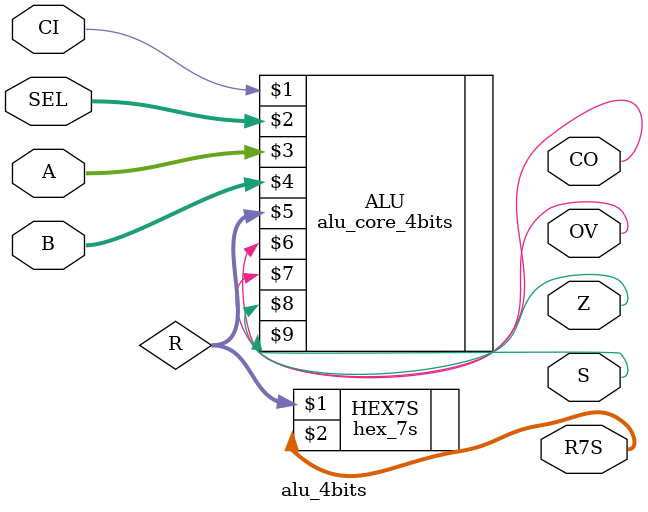
<source format=v>
module alu_4bits(CI,SEL,A,B,R7S,CO,OV,Z,S); //TOP HIERARCHY 
input [3:0] A, B; //INPUT A,B
input [3:0] SEL; //SELECT
input CI; //CARRY IN
wire [3:0] R; //RESULT
output [6:0] R7S; //RESULT EN 7SEGMENTOS
output CO; //CARRY OUT
output OV; //OVERFLOW
output Z; //ZERO
output S; //SIGN
alu_core_4bits ALU (CI,SEL,A,B,R,CO,OV,Z,S);
hex_7s HEX7S (R,R7S) ;
endmodule

</source>
